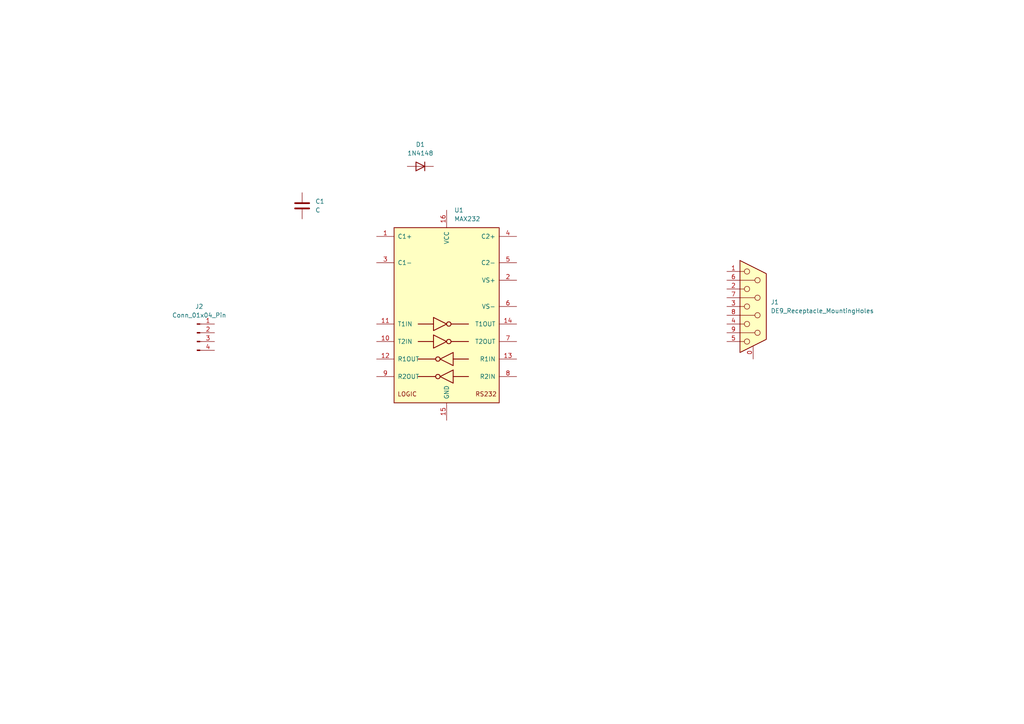
<source format=kicad_sch>
(kicad_sch (version 20230121) (generator eeschema)
  (paper "A4")
  (lib_symbols
    (symbol "Connector:Conn_01x04_Pin" (pin_names (offset 1.016) hide)
      (property "Reference" "J" (at 0 5.08 0))
      (property "Value" "Conn_01x04_Pin" (at 0 -7.62 0))
      (symbol "Conn_01x04_Pin_1_1"
        (polyline (pts (xy 1.27 -5.08) (xy 0.8636 -5.08)) (stroke (width 0.1524)))
        (polyline (pts (xy 1.27 -2.54) (xy 0.8636 -2.54)) (stroke (width 0.1524)))
        (polyline (pts (xy 1.27 0) (xy 0.8636 0)) (stroke (width 0.1524)))
        (polyline (pts (xy 1.27 2.54) (xy 0.8636 2.54)) (stroke (width 0.1524)))
        (rectangle (start 0.8636 -4.953) (end 0 -5.207) (stroke (width 0.1524)) (fill (type outline)))
        (rectangle (start 0.8636 -2.413) (end 0 -2.667) (stroke (width 0.1524)) (fill (type outline)))
        (rectangle (start 0.8636 0.127) (end 0 -0.127) (stroke (width 0.1524)) (fill (type outline)))
        (rectangle (start 0.8636 2.667) (end 0 2.413) (stroke (width 0.1524)) (fill (type outline)))
        (pin passive line (at 5.08 2.54 180) (length 3.81) (name "Pin_1") (number "1"))
        (pin passive line (at 5.08 0 180) (length 3.81) (name "Pin_2") (number "2"))
        (pin passive line (at 5.08 -2.54 180) (length 3.81) (name "Pin_3") (number "3"))
        (pin passive line (at 5.08 -5.08 180) (length 3.81) (name "Pin_4") (number "4"))
      )
    )
    (symbol "Connector:DE9_Receptacle_MountingHoles" (pin_names (offset 1.016) hide)
      (property "Reference" "J" (at 0 16.51 0))
      (property "Value" "DE9_Receptacle_MountingHoles" (at 0 14.605 0))
      (symbol "DE9_Receptacle_MountingHoles_0_1"
        (circle (center -1.778 -10.16) (radius 0.762))
        (circle (center -1.778 -5.08) (radius 0.762))
        (circle (center -1.778 0) (radius 0.762))
        (circle (center -1.778 5.08) (radius 0.762))
        (circle (center -1.778 10.16) (radius 0.762))
        (polyline (pts (xy -3.81 -10.16) (xy -2.54 -10.16)))
        (polyline (pts (xy -3.81 -7.62) (xy 0.508 -7.62)))
        (polyline (pts (xy -3.81 -5.08) (xy -2.54 -5.08)))
        (polyline (pts (xy -3.81 -2.54) (xy 0.508 -2.54)))
        (polyline (pts (xy -3.81 0) (xy -2.54 0)))
        (polyline (pts (xy -3.81 2.54) (xy 0.508 2.54)))
        (polyline (pts (xy -3.81 5.08) (xy -2.54 5.08)))
        (polyline (pts (xy -3.81 7.62) (xy 0.508 7.62)))
        (polyline (pts (xy -3.81 10.16) (xy -2.54 10.16)))
        (polyline (pts (xy -3.81 13.335) (xy -3.81 -13.335) (xy 3.81 -9.525) (xy 3.81 9.525) (xy -3.81 13.335)) (stroke (width 0.254)) (fill (type background)))
        (circle (center 1.27 -7.62) (radius 0.762))
        (circle (center 1.27 -2.54) (radius 0.762))
        (circle (center 1.27 2.54) (radius 0.762))
        (circle (center 1.27 7.62) (radius 0.762))
      )
      (symbol "DE9_Receptacle_MountingHoles_1_1"
        (pin passive line (at 0 -15.24 90) (length 3.81) (name "PAD") (number "0"))
        (pin passive line (at -7.62 10.16 0) (length 3.81) (name "1") (number "1"))
        (pin passive line (at -7.62 5.08 0) (length 3.81) (name "2") (number "2"))
        (pin passive line (at -7.62 0 0) (length 3.81) (name "3") (number "3"))
        (pin passive line (at -7.62 -5.08 0) (length 3.81) (name "4") (number "4"))
        (pin passive line (at -7.62 -10.16 0) (length 3.81) (name "5") (number "5"))
        (pin passive line (at -7.62 7.62 0) (length 3.81) (name "6") (number "6"))
        (pin passive line (at -7.62 2.54 0) (length 3.81) (name "7") (number "7"))
        (pin passive line (at -7.62 -2.54 0) (length 3.81) (name "8") (number "8"))
        (pin passive line (at -7.62 -7.62 0) (length 3.81) (name "9") (number "9"))
      )
    )
    (symbol "Device:C" (pin_numbers hide) (pin_names (offset 0.254))
      (property "Reference" "C" (at 0.635 2.54 0))
      (property "Value" "C" (at 0.635 -2.54 0))
      (symbol "C_0_1"
        (polyline (pts (xy -2.032 -0.762) (xy 2.032 -0.762)) (stroke (width 0.508)))
        (polyline (pts (xy -2.032 0.762) (xy 2.032 0.762)) (stroke (width 0.508)))
      )
      (symbol "C_1_1"
        (pin passive line (at 0 3.81 270) (length 2.794) (name "~") (number "1"))
        (pin passive line (at 0 -3.81 90) (length 2.794) (name "~") (number "2"))
      )
    )
    (symbol "Diode:1N4148" (pin_numbers hide) (pin_names hide)
      (property "Reference" "D" (at 0 2.54 0))
      (property "Value" "1N4148" (at 0 -2.54 0))
      (symbol "1N4148_0_1"
        (polyline (pts (xy -1.27 1.27) (xy -1.27 -1.27)) (stroke (width 0.254)))
        (polyline (pts (xy 1.27 0) (xy -1.27 0)))
        (polyline (pts (xy 1.27 1.27) (xy 1.27 -1.27) (xy -1.27 0) (xy 1.27 1.27)) (stroke (width 0.254)))
      )
      (symbol "1N4148_1_1"
        (pin passive line (at -3.81 0 0) (length 2.54) (name "K") (number "1"))
        (pin passive line (at 3.81 0 180) (length 2.54) (name "A") (number "2"))
      )
    )
    (symbol "Interface_UART:MAX232" (pin_names (offset 1.016))
      (property "Reference" "U" (at -2.54 28.575 0))
      (property "Value" "MAX232" (at -2.54 26.67 0))
      (symbol "MAX232_0_0"
        (text "LOGIC" (at -11.43 -22.86 0) (effects (font (size 1.27 1.27))))
        (text "RS232" (at 11.43 -22.86 0) (effects (font (size 1.27 1.27))))
      )
      (symbol "MAX232_0_1"
        (rectangle (start -15.24 -25.4) (end 15.24 25.4) (stroke (width 0.254)) (fill (type background)))
        (circle (center -2.54 -17.78) (radius 0.635) (stroke (width 0.254)))
        (circle (center -2.54 -12.7) (radius 0.635) (stroke (width 0.254)))
        (polyline (pts (xy -3.81 -7.62) (xy -8.255 -7.62)) (stroke (width 0.254)))
        (polyline (pts (xy -3.81 -2.54) (xy -8.255 -2.54)) (stroke (width 0.254)))
        (polyline (pts (xy -3.175 -17.78) (xy -8.255 -17.78)) (stroke (width 0.254)))
        (polyline (pts (xy -3.175 -12.7) (xy -8.255 -12.7)) (stroke (width 0.254)))
        (polyline (pts (xy 1.27 -7.62) (xy 6.35 -7.62)) (stroke (width 0.254)))
        (polyline (pts (xy 1.27 -2.54) (xy 6.35 -2.54)) (stroke (width 0.254)))
        (polyline (pts (xy 1.905 -17.78) (xy 6.35 -17.78)) (stroke (width 0.254)))
        (polyline (pts (xy 1.905 -12.7) (xy 6.35 -12.7)) (stroke (width 0.254)))
        (polyline (pts (xy -3.81 -5.715) (xy -3.81 -9.525) (xy 0 -7.62) (xy -3.81 -5.715)) (stroke (width 0.254)))
        (polyline (pts (xy -3.81 -0.635) (xy -3.81 -4.445) (xy 0 -2.54) (xy -3.81 -0.635)) (stroke (width 0.254)))
        (polyline (pts (xy 1.905 -15.875) (xy 1.905 -19.685) (xy -1.905 -17.78) (xy 1.905 -15.875)) (stroke (width 0.254)))
        (polyline (pts (xy 1.905 -10.795) (xy 1.905 -14.605) (xy -1.905 -12.7) (xy 1.905 -10.795)) (stroke (width 0.254)))
        (circle (center 0.635 -7.62) (radius 0.635) (stroke (width 0.254)))
        (circle (center 0.635 -2.54) (radius 0.635) (stroke (width 0.254)))
      )
      (symbol "MAX232_1_1"
        (pin passive line (at -20.32 22.86 0) (length 5.08) (name "C1+") (number "1"))
        (pin input line (at -20.32 -7.62 0) (length 5.08) (name "T2IN") (number "10"))
        (pin input line (at -20.32 -2.54 0) (length 5.08) (name "T1IN") (number "11"))
        (pin output line (at -20.32 -12.7 0) (length 5.08) (name "R1OUT") (number "12"))
        (pin input line (at 20.32 -12.7 180) (length 5.08) (name "R1IN") (number "13"))
        (pin output line (at 20.32 -2.54 180) (length 5.08) (name "T1OUT") (number "14"))
        (pin power_in line (at 0 -30.48 90) (length 5.08) (name "GND") (number "15"))
        (pin power_in line (at 0 30.48 270) (length 5.08) (name "VCC") (number "16"))
        (pin power_out line (at 20.32 10.16 180) (length 5.08) (name "VS+") (number "2"))
        (pin passive line (at -20.32 15.24 0) (length 5.08) (name "C1-") (number "3"))
        (pin passive line (at 20.32 22.86 180) (length 5.08) (name "C2+") (number "4"))
        (pin passive line (at 20.32 15.24 180) (length 5.08) (name "C2-") (number "5"))
        (pin power_out line (at 20.32 2.54 180) (length 5.08) (name "VS-") (number "6"))
        (pin output line (at 20.32 -7.62 180) (length 5.08) (name "T2OUT") (number "7"))
        (pin input line (at 20.32 -17.78 180) (length 5.08) (name "R2IN") (number "8"))
        (pin output line (at -20.32 -17.78 0) (length 5.08) (name "R2OUT") (number "9"))
      )
    )
  )
  (symbol (lib_id "Interface_UART:MAX232") (at 129.54 91.44 0) (unit 1)
    (property "Reference" "U1" (at 131.7341 60.96 0) (effects (justify left)))
    (property "Value" "MAX232" (at 131.7341 63.5 0) (effects (justify left)))
    (property "Footprint" "PCM_Package_SO_AKL:TSSOP-16_4.4x5mm_P0.65mm" (effects hide))
    (property "Datasheet" "http://www.ti.com/lit/ds/symlink/max232.pdf" (effects hide))
  )
  (symbol (lib_id "Connector:DE9_Receptacle_MountingHoles") (at 218.44 88.9 0) (unit 1)
    (property "Reference" "J1" (at 223.52 87.63 0) (effects (justify left)))
    (property "Value" "DE9_Receptacle_MountingHoles" (at 223.52 90.17 0) (effects (justify left)))
    (property "Footprint" "Connector_Dsub:DSUB-9_Female_Horizontal_P2.77x2.84mm_EdgePinOffset4.94mm_Housed_MountingHolesOffset7.48mm" (effects hide))
    (property "Datasheet" " ~" (effects hide))
  )
  (symbol (lib_id "Diode:1N4148") (at 121.92 48.26 180) (unit 1)
    (property "Reference" "D1" (at 121.92 41.91 0))
    (property "Value" "1N4148" (at 121.92 44.45 0))
    (property "Footprint" "Diode_THT:D_DO-35_SOD27_P7.62mm_Horizontal" (effects hide))
    (property "Datasheet" "https://assets.nexperia.com/documents/data-sheet/1N4148_1N4448.pdf" (effects hide))
    (property "Sim.Device" "D" (effects hide))
    (property "Sim.Pins" "1=K 2=A" (effects hide))
  )
  (symbol (lib_id "Connector:Conn_01x04_Pin") (at 57.15 96.52 0) (unit 1)
    (property "Reference" "J2" (at 57.785 88.9 0))
    (property "Value" "Conn_01x04_Pin" (at 57.785 91.44 0))
    (property "Footprint" "Connector_PinHeader_2.54mm:PinHeader_1x04_P2.54mm_Vertical" (effects hide))
  )
  (symbol (lib_id "Device:C") (at 87.63 59.69 0) (unit 1)
    (property "Reference" "C1" (at 91.44 58.42 0) (effects (justify left)))
    (property "Value" "C" (at 91.44 60.96 0) (effects (justify left)))
    (property "Footprint" "Capacitor_SMD:C_1206_3216Metric" (effects hide))
  )
)
</source>
